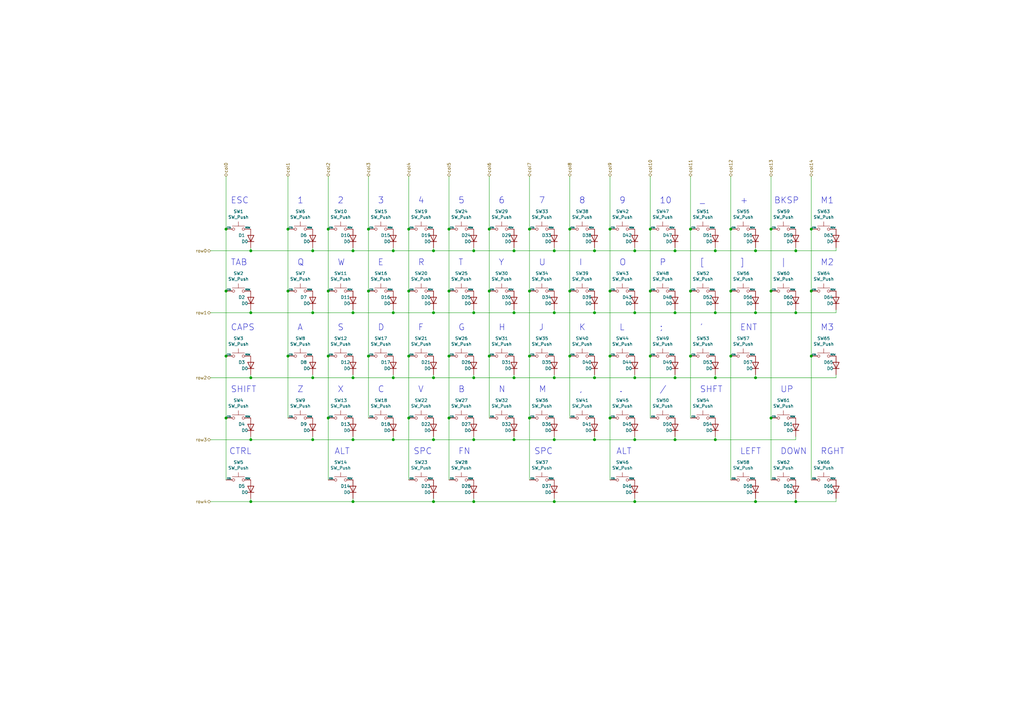
<source format=kicad_sch>
(kicad_sch (version 20210621) (generator eeschema)
  (paper "A3")
  (title_block (title "Arisutea STM32 Keyboard") (date "2021-08-11") (rev "STM32 0.4") (company "3x6 Design"))
  (junction (at 92.71 93.98) (diameter 1.016))
  (junction (at 92.71 119.38) (diameter 1.016))
  (junction (at 92.71 146.05) (diameter 1.016))
  (junction (at 92.71 171.45) (diameter 1.016))
  (junction (at 102.87 102.87) (diameter 1.016))
  (junction (at 102.87 128.27) (diameter 1.016))
  (junction (at 102.87 154.94) (diameter 1.016))
  (junction (at 102.87 180.34) (diameter 1.016))
  (junction (at 102.87 205.74) (diameter 1.016))
  (junction (at 118.11 93.98) (diameter 1.016))
  (junction (at 118.11 119.38) (diameter 1.016))
  (junction (at 118.11 146.05) (diameter 1.016))
  (junction (at 128.27 102.87) (diameter 1.016))
  (junction (at 128.27 128.27) (diameter 1.016))
  (junction (at 128.27 154.94) (diameter 1.016))
  (junction (at 128.27 180.34) (diameter 1.016))
  (junction (at 134.62 93.98) (diameter 1.016))
  (junction (at 134.62 119.38) (diameter 1.016))
  (junction (at 134.62 146.05) (diameter 1.016))
  (junction (at 134.62 171.45) (diameter 1.016))
  (junction (at 144.78 102.87) (diameter 1.016))
  (junction (at 144.78 128.27) (diameter 1.016))
  (junction (at 144.78 154.94) (diameter 1.016))
  (junction (at 144.78 180.34) (diameter 1.016))
  (junction (at 144.78 205.74) (diameter 1.016))
  (junction (at 151.13 93.98) (diameter 1.016))
  (junction (at 151.13 119.38) (diameter 1.016))
  (junction (at 151.13 146.05) (diameter 1.016))
  (junction (at 161.29 102.87) (diameter 1.016))
  (junction (at 161.29 128.27) (diameter 1.016))
  (junction (at 161.29 154.94) (diameter 1.016))
  (junction (at 161.29 180.34) (diameter 1.016))
  (junction (at 167.64 93.98) (diameter 1.016))
  (junction (at 167.64 119.38) (diameter 1.016))
  (junction (at 167.64 146.05) (diameter 1.016))
  (junction (at 167.64 171.45) (diameter 1.016))
  (junction (at 177.8 102.87) (diameter 1.016))
  (junction (at 177.8 128.27) (diameter 1.016))
  (junction (at 177.8 154.94) (diameter 1.016))
  (junction (at 177.8 180.34) (diameter 1.016))
  (junction (at 177.8 205.74) (diameter 1.016))
  (junction (at 184.15 93.98) (diameter 1.016))
  (junction (at 184.15 119.38) (diameter 1.016))
  (junction (at 184.15 146.05) (diameter 1.016))
  (junction (at 184.15 171.45) (diameter 1.016))
  (junction (at 194.31 102.87) (diameter 1.016))
  (junction (at 194.31 128.27) (diameter 1.016))
  (junction (at 194.31 154.94) (diameter 1.016))
  (junction (at 194.31 180.34) (diameter 1.016))
  (junction (at 194.31 205.74) (diameter 1.016))
  (junction (at 200.66 93.98) (diameter 1.016))
  (junction (at 200.66 119.38) (diameter 1.016))
  (junction (at 200.66 146.05) (diameter 1.016))
  (junction (at 210.82 102.87) (diameter 1.016))
  (junction (at 210.82 128.27) (diameter 1.016))
  (junction (at 210.82 154.94) (diameter 1.016))
  (junction (at 210.82 180.34) (diameter 1.016))
  (junction (at 217.17 93.98) (diameter 1.016))
  (junction (at 217.17 119.38) (diameter 1.016))
  (junction (at 217.17 146.05) (diameter 1.016))
  (junction (at 217.17 171.45) (diameter 1.016))
  (junction (at 227.33 102.87) (diameter 1.016))
  (junction (at 227.33 128.27) (diameter 1.016))
  (junction (at 227.33 154.94) (diameter 1.016))
  (junction (at 227.33 180.34) (diameter 1.016))
  (junction (at 227.33 205.74) (diameter 1.016))
  (junction (at 233.68 93.98) (diameter 1.016))
  (junction (at 233.68 119.38) (diameter 1.016))
  (junction (at 233.68 146.05) (diameter 1.016))
  (junction (at 243.84 102.87) (diameter 1.016))
  (junction (at 243.84 128.27) (diameter 1.016))
  (junction (at 243.84 154.94) (diameter 1.016))
  (junction (at 243.84 180.34) (diameter 1.016))
  (junction (at 250.19 93.98) (diameter 1.016))
  (junction (at 250.19 119.38) (diameter 1.016))
  (junction (at 250.19 146.05) (diameter 1.016))
  (junction (at 250.19 171.45) (diameter 1.016))
  (junction (at 260.35 102.87) (diameter 1.016))
  (junction (at 260.35 128.27) (diameter 1.016))
  (junction (at 260.35 154.94) (diameter 1.016))
  (junction (at 260.35 180.34) (diameter 1.016))
  (junction (at 260.35 205.74) (diameter 1.016))
  (junction (at 266.7 93.98) (diameter 1.016))
  (junction (at 266.7 119.38) (diameter 1.016))
  (junction (at 266.7 146.05) (diameter 1.016))
  (junction (at 276.86 102.87) (diameter 1.016))
  (junction (at 276.86 128.27) (diameter 1.016))
  (junction (at 276.86 154.94) (diameter 1.016))
  (junction (at 276.86 180.34) (diameter 1.016))
  (junction (at 283.21 93.98) (diameter 1.016))
  (junction (at 283.21 119.38) (diameter 1.016))
  (junction (at 283.21 146.05) (diameter 1.016))
  (junction (at 293.37 102.87) (diameter 1.016))
  (junction (at 293.37 128.27) (diameter 1.016))
  (junction (at 293.37 154.94) (diameter 1.016))
  (junction (at 293.37 180.34) (diameter 1.016))
  (junction (at 299.72 93.98) (diameter 1.016))
  (junction (at 299.72 119.38) (diameter 1.016))
  (junction (at 299.72 146.05) (diameter 1.016))
  (junction (at 309.88 102.87) (diameter 1.016))
  (junction (at 309.88 128.27) (diameter 1.016))
  (junction (at 309.88 154.94) (diameter 1.016))
  (junction (at 309.88 205.74) (diameter 1.016))
  (junction (at 316.23 93.98) (diameter 1.016))
  (junction (at 316.23 119.38) (diameter 1.016))
  (junction (at 316.23 171.45) (diameter 1.016))
  (junction (at 326.39 102.87) (diameter 1.016))
  (junction (at 326.39 128.27) (diameter 1.016))
  (junction (at 326.39 205.74) (diameter 1.016))
  (junction (at 332.74 93.98) (diameter 1.016))
  (junction (at 332.74 119.38) (diameter 1.016))
  (junction (at 332.74 146.05) (diameter 1.016))
  (wire (pts (xy 86.36 102.87) (xy 102.87 102.87)))
  (wire (pts (xy 86.36 128.27) (xy 102.87 128.27)))
  (wire (pts (xy 86.36 154.94) (xy 102.87 154.94)))
  (wire (pts (xy 86.36 180.34) (xy 102.87 180.34)))
  (wire (pts (xy 86.36 205.74) (xy 102.87 205.74)))
  (wire (pts (xy 92.71 72.39) (xy 92.71 93.98)))
  (wire (pts (xy 92.71 119.38) (xy 92.71 93.98)))
  (wire (pts (xy 92.71 119.38) (xy 92.71 146.05)))
  (wire (pts (xy 92.71 146.05) (xy 92.71 171.45)))
  (wire (pts (xy 92.71 171.45) (xy 92.71 196.85)))
  (wire (pts (xy 102.87 101.6) (xy 102.87 102.87)))
  (wire (pts (xy 102.87 102.87) (xy 128.27 102.87)))
  (wire (pts (xy 102.87 127) (xy 102.87 128.27)))
  (wire (pts (xy 102.87 128.27) (xy 128.27 128.27)))
  (wire (pts (xy 102.87 153.67) (xy 102.87 154.94)))
  (wire (pts (xy 102.87 154.94) (xy 128.27 154.94)))
  (wire (pts (xy 102.87 179.07) (xy 102.87 180.34)))
  (wire (pts (xy 102.87 180.34) (xy 128.27 180.34)))
  (wire (pts (xy 102.87 204.47) (xy 102.87 205.74)))
  (wire (pts (xy 102.87 205.74) (xy 144.78 205.74)))
  (wire (pts (xy 118.11 72.39) (xy 118.11 93.98)))
  (wire (pts (xy 118.11 93.98) (xy 118.11 119.38)))
  (wire (pts (xy 118.11 119.38) (xy 118.11 146.05)))
  (wire (pts (xy 118.11 146.05) (xy 118.11 171.45)))
  (wire (pts (xy 128.27 101.6) (xy 128.27 102.87)))
  (wire (pts (xy 128.27 102.87) (xy 144.78 102.87)))
  (wire (pts (xy 128.27 127) (xy 128.27 128.27)))
  (wire (pts (xy 128.27 128.27) (xy 144.78 128.27)))
  (wire (pts (xy 128.27 153.67) (xy 128.27 154.94)))
  (wire (pts (xy 128.27 154.94) (xy 144.78 154.94)))
  (wire (pts (xy 128.27 179.07) (xy 128.27 180.34)))
  (wire (pts (xy 128.27 180.34) (xy 144.78 180.34)))
  (wire (pts (xy 134.62 72.39) (xy 134.62 93.98)))
  (wire (pts (xy 134.62 119.38) (xy 134.62 93.98)))
  (wire (pts (xy 134.62 119.38) (xy 134.62 146.05)))
  (wire (pts (xy 134.62 146.05) (xy 134.62 171.45)))
  (wire (pts (xy 134.62 171.45) (xy 134.62 196.85)))
  (wire (pts (xy 144.78 101.6) (xy 144.78 102.87)))
  (wire (pts (xy 144.78 102.87) (xy 161.29 102.87)))
  (wire (pts (xy 144.78 127) (xy 144.78 128.27)))
  (wire (pts (xy 144.78 128.27) (xy 161.29 128.27)))
  (wire (pts (xy 144.78 153.67) (xy 144.78 154.94)))
  (wire (pts (xy 144.78 154.94) (xy 161.29 154.94)))
  (wire (pts (xy 144.78 179.07) (xy 144.78 180.34)))
  (wire (pts (xy 144.78 180.34) (xy 161.29 180.34)))
  (wire (pts (xy 144.78 204.47) (xy 144.78 205.74)))
  (wire (pts (xy 144.78 205.74) (xy 177.8 205.74)))
  (wire (pts (xy 151.13 72.39) (xy 151.13 93.98)))
  (wire (pts (xy 151.13 93.98) (xy 151.13 119.38)))
  (wire (pts (xy 151.13 119.38) (xy 151.13 146.05)))
  (wire (pts (xy 151.13 146.05) (xy 151.13 171.45)))
  (wire (pts (xy 161.29 101.6) (xy 161.29 102.87)))
  (wire (pts (xy 161.29 102.87) (xy 177.8 102.87)))
  (wire (pts (xy 161.29 127) (xy 161.29 128.27)))
  (wire (pts (xy 161.29 128.27) (xy 177.8 128.27)))
  (wire (pts (xy 161.29 153.67) (xy 161.29 154.94)))
  (wire (pts (xy 161.29 154.94) (xy 177.8 154.94)))
  (wire (pts (xy 161.29 179.07) (xy 161.29 180.34)))
  (wire (pts (xy 161.29 180.34) (xy 177.8 180.34)))
  (wire (pts (xy 167.64 72.39) (xy 167.64 93.98)))
  (wire (pts (xy 167.64 119.38) (xy 167.64 93.98)))
  (wire (pts (xy 167.64 119.38) (xy 167.64 146.05)))
  (wire (pts (xy 167.64 146.05) (xy 167.64 171.45)))
  (wire (pts (xy 167.64 171.45) (xy 167.64 196.85)))
  (wire (pts (xy 177.8 101.6) (xy 177.8 102.87)))
  (wire (pts (xy 177.8 102.87) (xy 194.31 102.87)))
  (wire (pts (xy 177.8 127) (xy 177.8 128.27)))
  (wire (pts (xy 177.8 128.27) (xy 194.31 128.27)))
  (wire (pts (xy 177.8 153.67) (xy 177.8 154.94)))
  (wire (pts (xy 177.8 154.94) (xy 194.31 154.94)))
  (wire (pts (xy 177.8 179.07) (xy 177.8 180.34)))
  (wire (pts (xy 177.8 180.34) (xy 194.31 180.34)))
  (wire (pts (xy 177.8 204.47) (xy 177.8 205.74)))
  (wire (pts (xy 177.8 205.74) (xy 194.31 205.74)))
  (wire (pts (xy 184.15 72.39) (xy 184.15 93.98)))
  (wire (pts (xy 184.15 93.98) (xy 184.15 119.38)))
  (wire (pts (xy 184.15 119.38) (xy 184.15 146.05)))
  (wire (pts (xy 184.15 146.05) (xy 184.15 171.45)))
  (wire (pts (xy 184.15 171.45) (xy 184.15 196.85)))
  (wire (pts (xy 194.31 101.6) (xy 194.31 102.87)))
  (wire (pts (xy 194.31 102.87) (xy 210.82 102.87)))
  (wire (pts (xy 194.31 127) (xy 194.31 128.27)))
  (wire (pts (xy 194.31 128.27) (xy 210.82 128.27)))
  (wire (pts (xy 194.31 153.67) (xy 194.31 154.94)))
  (wire (pts (xy 194.31 154.94) (xy 210.82 154.94)))
  (wire (pts (xy 194.31 179.07) (xy 194.31 180.34)))
  (wire (pts (xy 194.31 180.34) (xy 210.82 180.34)))
  (wire (pts (xy 194.31 204.47) (xy 194.31 205.74)))
  (wire (pts (xy 194.31 205.74) (xy 227.33 205.74)))
  (wire (pts (xy 200.66 72.39) (xy 200.66 93.98)))
  (wire (pts (xy 200.66 119.38) (xy 200.66 93.98)))
  (wire (pts (xy 200.66 119.38) (xy 200.66 146.05)))
  (wire (pts (xy 200.66 146.05) (xy 200.66 171.45)))
  (wire (pts (xy 210.82 101.6) (xy 210.82 102.87)))
  (wire (pts (xy 210.82 102.87) (xy 227.33 102.87)))
  (wire (pts (xy 210.82 127) (xy 210.82 128.27)))
  (wire (pts (xy 210.82 128.27) (xy 227.33 128.27)))
  (wire (pts (xy 210.82 153.67) (xy 210.82 154.94)))
  (wire (pts (xy 210.82 154.94) (xy 227.33 154.94)))
  (wire (pts (xy 210.82 179.07) (xy 210.82 180.34)))
  (wire (pts (xy 210.82 180.34) (xy 227.33 180.34)))
  (wire (pts (xy 217.17 72.39) (xy 217.17 93.98)))
  (wire (pts (xy 217.17 93.98) (xy 217.17 119.38)))
  (wire (pts (xy 217.17 119.38) (xy 217.17 146.05)))
  (wire (pts (xy 217.17 146.05) (xy 217.17 171.45)))
  (wire (pts (xy 217.17 171.45) (xy 217.17 196.85)))
  (wire (pts (xy 227.33 101.6) (xy 227.33 102.87)))
  (wire (pts (xy 227.33 102.87) (xy 243.84 102.87)))
  (wire (pts (xy 227.33 127) (xy 227.33 128.27)))
  (wire (pts (xy 227.33 128.27) (xy 243.84 128.27)))
  (wire (pts (xy 227.33 153.67) (xy 227.33 154.94)))
  (wire (pts (xy 227.33 154.94) (xy 243.84 154.94)))
  (wire (pts (xy 227.33 179.07) (xy 227.33 180.34)))
  (wire (pts (xy 227.33 180.34) (xy 243.84 180.34)))
  (wire (pts (xy 227.33 204.47) (xy 227.33 205.74)))
  (wire (pts (xy 227.33 205.74) (xy 260.35 205.74)))
  (wire (pts (xy 233.68 72.39) (xy 233.68 93.98)))
  (wire (pts (xy 233.68 119.38) (xy 233.68 93.98)))
  (wire (pts (xy 233.68 119.38) (xy 233.68 146.05)))
  (wire (pts (xy 233.68 146.05) (xy 233.68 171.45)))
  (wire (pts (xy 243.84 101.6) (xy 243.84 102.87)))
  (wire (pts (xy 243.84 102.87) (xy 260.35 102.87)))
  (wire (pts (xy 243.84 127) (xy 243.84 128.27)))
  (wire (pts (xy 243.84 128.27) (xy 260.35 128.27)))
  (wire (pts (xy 243.84 153.67) (xy 243.84 154.94)))
  (wire (pts (xy 243.84 154.94) (xy 260.35 154.94)))
  (wire (pts (xy 243.84 179.07) (xy 243.84 180.34)))
  (wire (pts (xy 243.84 180.34) (xy 260.35 180.34)))
  (wire (pts (xy 250.19 72.39) (xy 250.19 93.98)))
  (wire (pts (xy 250.19 93.98) (xy 250.19 119.38)))
  (wire (pts (xy 250.19 119.38) (xy 250.19 146.05)))
  (wire (pts (xy 250.19 146.05) (xy 250.19 171.45)))
  (wire (pts (xy 250.19 171.45) (xy 250.19 196.85)))
  (wire (pts (xy 260.35 101.6) (xy 260.35 102.87)))
  (wire (pts (xy 260.35 102.87) (xy 276.86 102.87)))
  (wire (pts (xy 260.35 127) (xy 260.35 128.27)))
  (wire (pts (xy 260.35 128.27) (xy 276.86 128.27)))
  (wire (pts (xy 260.35 153.67) (xy 260.35 154.94)))
  (wire (pts (xy 260.35 154.94) (xy 276.86 154.94)))
  (wire (pts (xy 260.35 179.07) (xy 260.35 180.34)))
  (wire (pts (xy 260.35 180.34) (xy 276.86 180.34)))
  (wire (pts (xy 260.35 204.47) (xy 260.35 205.74)))
  (wire (pts (xy 260.35 205.74) (xy 309.88 205.74)))
  (wire (pts (xy 266.7 72.39) (xy 266.7 93.98)))
  (wire (pts (xy 266.7 119.38) (xy 266.7 93.98)))
  (wire (pts (xy 266.7 119.38) (xy 266.7 146.05)))
  (wire (pts (xy 266.7 146.05) (xy 266.7 171.45)))
  (wire (pts (xy 276.86 101.6) (xy 276.86 102.87)))
  (wire (pts (xy 276.86 102.87) (xy 293.37 102.87)))
  (wire (pts (xy 276.86 127) (xy 276.86 128.27)))
  (wire (pts (xy 276.86 128.27) (xy 293.37 128.27)))
  (wire (pts (xy 276.86 153.67) (xy 276.86 154.94)))
  (wire (pts (xy 276.86 154.94) (xy 293.37 154.94)))
  (wire (pts (xy 276.86 179.07) (xy 276.86 180.34)))
  (wire (pts (xy 276.86 180.34) (xy 293.37 180.34)))
  (wire (pts (xy 283.21 72.39) (xy 283.21 93.98)))
  (wire (pts (xy 283.21 93.98) (xy 283.21 119.38)))
  (wire (pts (xy 283.21 119.38) (xy 283.21 146.05)))
  (wire (pts (xy 283.21 146.05) (xy 283.21 171.45)))
  (wire (pts (xy 293.37 101.6) (xy 293.37 102.87)))
  (wire (pts (xy 293.37 102.87) (xy 309.88 102.87)))
  (wire (pts (xy 293.37 127) (xy 293.37 128.27)))
  (wire (pts (xy 293.37 128.27) (xy 309.88 128.27)))
  (wire (pts (xy 293.37 153.67) (xy 293.37 154.94)))
  (wire (pts (xy 293.37 154.94) (xy 309.88 154.94)))
  (wire (pts (xy 293.37 179.07) (xy 293.37 180.34)))
  (wire (pts (xy 293.37 180.34) (xy 326.39 180.34)))
  (wire (pts (xy 299.72 72.39) (xy 299.72 93.98)))
  (wire (pts (xy 299.72 119.38) (xy 299.72 93.98)))
  (wire (pts (xy 299.72 119.38) (xy 299.72 146.05)))
  (wire (pts (xy 299.72 146.05) (xy 299.72 196.85)))
  (wire (pts (xy 309.88 101.6) (xy 309.88 102.87)))
  (wire (pts (xy 309.88 102.87) (xy 326.39 102.87)))
  (wire (pts (xy 309.88 127) (xy 309.88 128.27)))
  (wire (pts (xy 309.88 128.27) (xy 326.39 128.27)))
  (wire (pts (xy 309.88 153.67) (xy 309.88 154.94)))
  (wire (pts (xy 309.88 204.47) (xy 309.88 205.74)))
  (wire (pts (xy 309.88 205.74) (xy 326.39 205.74)))
  (wire (pts (xy 316.23 72.39) (xy 316.23 93.98)))
  (wire (pts (xy 316.23 119.38) (xy 316.23 93.98)))
  (wire (pts (xy 316.23 119.38) (xy 316.23 171.45)))
  (wire (pts (xy 316.23 171.45) (xy 316.23 196.85)))
  (wire (pts (xy 326.39 101.6) (xy 326.39 102.87)))
  (wire (pts (xy 326.39 127) (xy 326.39 128.27)))
  (wire (pts (xy 326.39 179.07) (xy 326.39 180.34)))
  (wire (pts (xy 326.39 204.47) (xy 326.39 205.74)))
  (wire (pts (xy 332.74 72.39) (xy 332.74 93.98)))
  (wire (pts (xy 332.74 93.98) (xy 332.74 119.38)))
  (wire (pts (xy 332.74 119.38) (xy 332.74 146.05)))
  (wire (pts (xy 332.74 146.05) (xy 332.74 196.85)))
  (wire (pts (xy 342.9 101.6) (xy 342.9 102.87)))
  (wire (pts (xy 342.9 102.87) (xy 326.39 102.87)))
  (wire (pts (xy 342.9 127) (xy 342.9 128.27)))
  (wire (pts (xy 342.9 128.27) (xy 326.39 128.27)))
  (wire (pts (xy 342.9 153.67) (xy 342.9 154.94)))
  (wire (pts (xy 342.9 154.94) (xy 309.88 154.94)))
  (wire (pts (xy 342.9 204.47) (xy 342.9 205.74)))
  (wire (pts (xy 342.9 205.74) (xy 326.39 205.74)))
  (text "CTRL" (at 93.98 186.69 0) (effects (font (size 2.54 2.54)) (justify left bottom)))
  (text "ESC" (at 94.615 83.82 0) (effects (font (size 2.54 2.54)) (justify left bottom)))
  (text "TAB" (at 94.615 109.22 0) (effects (font (size 2.54 2.54)) (justify left bottom)))
  (text "CAPS" (at 94.615 135.89 0) (effects (font (size 2.54 2.54)) (justify left bottom)))
  (text "SHIFT" (at 94.615 161.29 0) (effects (font (size 2.54 2.54)) (justify left bottom)))
  (text "1" (at 121.92 83.82 0) (effects (font (size 2.54 2.54)) (justify left bottom)))
  (text "Q" (at 121.92 109.22 0) (effects (font (size 2.54 2.54)) (justify left bottom)))
  (text "A" (at 121.92 135.89 0) (effects (font (size 2.54 2.54)) (justify left bottom)))
  (text "Z" (at 121.92 161.29 0) (effects (font (size 2.54 2.54)) (justify left bottom)))
  (text "ALT" (at 137.16 186.69 0) (effects (font (size 2.54 2.54)) (justify left bottom)))
  (text "2" (at 138.43 83.82 0) (effects (font (size 2.54 2.54)) (justify left bottom)))
  (text "W" (at 138.43 109.22 0) (effects (font (size 2.54 2.54)) (justify left bottom)))
  (text "S" (at 138.43 135.89 0) (effects (font (size 2.54 2.54)) (justify left bottom)))
  (text "X" (at 138.43 161.29 0) (effects (font (size 2.54 2.54)) (justify left bottom)))
  (text "3" (at 154.94 83.82 0) (effects (font (size 2.54 2.54)) (justify left bottom)))
  (text "E" (at 154.94 109.22 0) (effects (font (size 2.54 2.54)) (justify left bottom)))
  (text "D" (at 154.94 135.89 0) (effects (font (size 2.54 2.54)) (justify left bottom)))
  (text "C" (at 154.94 161.29 0) (effects (font (size 2.54 2.54)) (justify left bottom)))
  (text "SPC" (at 169.545 186.69 0) (effects (font (size 2.54 2.54)) (justify left bottom)))
  (text "4" (at 171.45 83.82 0) (effects (font (size 2.54 2.54)) (justify left bottom)))
  (text "R" (at 171.45 109.22 0) (effects (font (size 2.54 2.54)) (justify left bottom)))
  (text "F" (at 171.45 135.89 0) (effects (font (size 2.54 2.54)) (justify left bottom)))
  (text "V" (at 171.45 161.29 0) (effects (font (size 2.54 2.54)) (justify left bottom)))
  (text "5" (at 187.96 83.82 0) (effects (font (size 2.54 2.54)) (justify left bottom)))
  (text "T" (at 187.96 109.22 0) (effects (font (size 2.54 2.54)) (justify left bottom)))
  (text "G" (at 187.96 135.89 0) (effects (font (size 2.54 2.54)) (justify left bottom)))
  (text "B" (at 187.96 161.29 0) (effects (font (size 2.54 2.54)) (justify left bottom)))
  (text "FN" (at 187.96 186.69 0) (effects (font (size 2.54 2.54)) (justify left bottom)))
  (text "6" (at 204.47 83.82 0) (effects (font (size 2.54 2.54)) (justify left bottom)))
  (text "Y" (at 204.47 109.22 0) (effects (font (size 2.54 2.54)) (justify left bottom)))
  (text "H" (at 204.47 135.89 0) (effects (font (size 2.54 2.54)) (justify left bottom)))
  (text "N" (at 204.47 161.29 0) (effects (font (size 2.54 2.54)) (justify left bottom)))
  (text "SPC" (at 219.075 186.69 0) (effects (font (size 2.54 2.54)) (justify left bottom)))
  (text "7" (at 220.98 83.82 0) (effects (font (size 2.54 2.54)) (justify left bottom)))
  (text "U" (at 220.98 109.22 0) (effects (font (size 2.54 2.54)) (justify left bottom)))
  (text "J" (at 220.98 135.89 0) (effects (font (size 2.54 2.54)) (justify left bottom)))
  (text "M" (at 220.98 161.29 0) (effects (font (size 2.54 2.54)) (justify left bottom)))
  (text "8" (at 237.49 83.82 0) (effects (font (size 2.54 2.54)) (justify left bottom)))
  (text "I" (at 237.49 109.22 0) (effects (font (size 2.54 2.54)) (justify left bottom)))
  (text "K" (at 237.49 135.89 0) (effects (font (size 2.54 2.54)) (justify left bottom)))
  (text "," (at 237.49 161.29 0) (effects (font (size 2.54 2.54)) (justify left bottom)))
  (text "ALT" (at 252.73 186.69 0) (effects (font (size 2.54 2.54)) (justify left bottom)))
  (text "9" (at 254 83.82 0) (effects (font (size 2.54 2.54)) (justify left bottom)))
  (text "O" (at 254 109.22 0) (effects (font (size 2.54 2.54)) (justify left bottom)))
  (text "L" (at 254 135.89 0) (effects (font (size 2.54 2.54)) (justify left bottom)))
  (text ".\n" (at 254 161.29 0) (effects (font (size 2.54 2.54)) (justify left bottom)))
  (text "10" (at 270.51 83.82 0) (effects (font (size 2.54 2.54)) (justify left bottom)))
  (text "P" (at 270.51 109.22 0) (effects (font (size 2.54 2.54)) (justify left bottom)))
  (text ";" (at 270.51 135.89 0) (effects (font (size 2.54 2.54)) (justify left bottom)))
  (text "/" (at 270.51 161.29 0) (effects (font (size 2.54 2.54)) (justify left bottom)))
  (text "_" (at 287.02 83.82 0) (effects (font (size 2.54 2.54)) (justify left bottom)))
  (text "[" (at 287.02 109.22 0) (effects (font (size 2.54 2.54)) (justify left bottom)))
  (text "'" (at 287.02 135.89 0) (effects (font (size 2.54 2.54)) (justify left bottom)))
  (text "SHFT" (at 287.02 161.29 0) (effects (font (size 2.54 2.54)) (justify left bottom)))
  (text "+" (at 303.53 83.82 0) (effects (font (size 2.54 2.54)) (justify left bottom)))
  (text "]" (at 303.53 109.22 0) (effects (font (size 2.54 2.54)) (justify left bottom)))
  (text "ENT" (at 303.53 135.89 0) (effects (font (size 2.54 2.54)) (justify left bottom)))
  (text "LEFT" (at 303.53 186.69 0) (effects (font (size 2.54 2.54)) (justify left bottom)))
  (text "BKSP" (at 317.5 83.82 0) (effects (font (size 2.54 2.54)) (justify left bottom)))
  (text "|" (at 320.04 109.22 0) (effects (font (size 2.54 2.54)) (justify left bottom)))
  (text "UP" (at 320.04 161.29 0) (effects (font (size 2.54 2.54)) (justify left bottom)))
  (text "DOWN" (at 320.04 186.69 0) (effects (font (size 2.54 2.54)) (justify left bottom)))
  (text "M1" (at 336.55 83.82 0) (effects (font (size 2.54 2.54)) (justify left bottom)))
  (text "M2" (at 336.55 109.22 0) (effects (font (size 2.54 2.54)) (justify left bottom)))
  (text "M3" (at 336.55 135.89 0) (effects (font (size 2.54 2.54)) (justify left bottom)))
  (text "RGHT\n" (at 336.55 186.69 0) (effects (font (size 2.54 2.54)) (justify left bottom)))
  (hierarchical_label "row0" (shape tri_state) (at 86.36 102.87 180))
  (hierarchical_label "row1" (shape tri_state) (at 86.36 128.27 180))
  (hierarchical_label "row2" (shape tri_state) (at 86.36 154.94 180))
  (hierarchical_label "row3" (shape tri_state) (at 86.36 180.34 180))
  (hierarchical_label "row4" (shape tri_state) (at 86.36 205.74 180))
  (hierarchical_label "col0" (shape tri_state) (at 92.71 72.39 90))
  (hierarchical_label "col1" (shape tri_state) (at 118.11 72.39 90))
  (hierarchical_label "col2" (shape tri_state) (at 134.62 72.39 90))
  (hierarchical_label "col3" (shape tri_state) (at 151.13 72.39 90))
  (hierarchical_label "col4" (shape tri_state) (at 167.64 72.39 90))
  (hierarchical_label "col5" (shape tri_state) (at 184.15 72.39 90))
  (hierarchical_label "col6" (shape tri_state) (at 200.66 72.39 90))
  (hierarchical_label "col7" (shape tri_state) (at 217.17 72.39 90))
  (hierarchical_label "col8" (shape tri_state) (at 233.68 72.39 90))
  (hierarchical_label "col9" (shape tri_state) (at 250.19 72.39 90))
  (hierarchical_label "col10" (shape tri_state) (at 266.7 72.39 90))
  (hierarchical_label "col11" (shape tri_state) (at 283.21 72.39 90))
  (hierarchical_label "col12" (shape tri_state) (at 299.72 72.39 90))
  (hierarchical_label "col13" (shape tri_state) (at 316.23 72.39 90))
  (hierarchical_label "col14" (shape tri_state) (at 332.74 72.39 90))
  (symbol (lib_id "Device:D") (at 102.87 97.79 90) (unit 1)
    (property "Reference" "D1" (at 97.79 96.52 90) (effects (justify right)))
    (property "Value" "D0" (at 99.06 99.06 90) (effects (justify right)))
    (property "Footprint" "arisutea-STM32:D_SOD-123" (effects hide))
    (property "LCSC" "C81598" (effects hide))
  )
  (symbol (lib_id "Device:D") (at 102.87 123.19 90) (unit 1)
    (property "Reference" "D2" (at 97.79 121.92 90) (effects (justify right)))
    (property "Value" "D0" (at 99.06 124.46 90) (effects (justify right)))
    (property "Footprint" "arisutea-STM32:D_SOD-123" (effects hide))
    (property "LCSC" "C81598" (effects hide))
  )
  (symbol (lib_id "Device:D") (at 102.87 149.86 90) (unit 1)
    (property "Reference" "D3" (at 97.79 148.59 90) (effects (justify right)))
    (property "Value" "D0" (at 99.06 151.13 90) (effects (justify right)))
    (property "Footprint" "arisutea-STM32:D_SOD-123" (effects hide))
    (property "LCSC" "C81598" (effects hide))
  )
  (symbol (lib_id "Device:D") (at 102.87 175.26 90) (unit 1)
    (property "Reference" "D4" (at 97.79 173.99 90) (effects (justify right)))
    (property "Value" "D0" (at 99.06 176.53 90) (effects (justify right)))
    (property "Footprint" "arisutea-STM32:D_SOD-123" (effects hide))
    (property "LCSC" "C81598" (effects hide))
  )
  (symbol (lib_id "Device:D") (at 102.87 200.66 90) (unit 1)
    (property "Reference" "D5" (at 97.79 199.39 90) (effects (justify right)))
    (property "Value" "D0" (at 99.06 201.93 90) (effects (justify right)))
    (property "Footprint" "arisutea-STM32:D_SOD-123" (effects hide))
    (property "LCSC" "C81598" (effects hide))
  )
  (symbol (lib_id "Device:D") (at 128.27 97.79 90) (unit 1)
    (property "Reference" "D6" (at 123.19 96.52 90) (effects (justify right)))
    (property "Value" "D0" (at 124.46 99.06 90) (effects (justify right)))
    (property "Footprint" "arisutea-STM32:D_SOD-123" (effects hide))
    (property "LCSC" "C81598" (effects hide))
  )
  (symbol (lib_id "Device:D") (at 128.27 123.19 90) (unit 1)
    (property "Reference" "D7" (at 123.19 121.92 90) (effects (justify right)))
    (property "Value" "D0" (at 124.46 124.46 90) (effects (justify right)))
    (property "Footprint" "arisutea-STM32:D_SOD-123" (effects hide))
    (property "LCSC" "C81598" (effects hide))
  )
  (symbol (lib_id "Device:D") (at 128.27 149.86 90) (unit 1)
    (property "Reference" "D8" (at 123.19 148.59 90) (effects (justify right)))
    (property "Value" "D0" (at 124.46 151.13 90) (effects (justify right)))
    (property "Footprint" "arisutea-STM32:D_SOD-123" (effects hide))
    (property "LCSC" "C81598" (effects hide))
  )
  (symbol (lib_id "Device:D") (at 128.27 175.26 90) (unit 1)
    (property "Reference" "D9" (at 123.19 173.99 90) (effects (justify right)))
    (property "Value" "D0" (at 124.46 176.53 90) (effects (justify right)))
    (property "Footprint" "arisutea-STM32:D_SOD-123" (effects hide))
    (property "LCSC" "C81598" (effects hide))
  )
  (symbol (lib_id "Device:D") (at 144.78 97.79 90) (unit 1)
    (property "Reference" "D10" (at 139.7 96.52 90) (effects (justify right)))
    (property "Value" "D0" (at 140.97 99.06 90) (effects (justify right)))
    (property "Footprint" "arisutea-STM32:D_SOD-123" (effects hide))
    (property "LCSC" "C81598" (effects hide))
  )
  (symbol (lib_id "Device:D") (at 144.78 123.19 90) (unit 1)
    (property "Reference" "D11" (at 139.7 121.92 90) (effects (justify right)))
    (property "Value" "D0" (at 140.97 124.46 90) (effects (justify right)))
    (property "Footprint" "arisutea-STM32:D_SOD-123" (effects hide))
    (property "LCSC" "C81598" (effects hide))
  )
  (symbol (lib_id "Device:D") (at 144.78 149.86 90) (unit 1)
    (property "Reference" "D12" (at 139.7 148.59 90) (effects (justify right)))
    (property "Value" "D0" (at 140.97 151.13 90) (effects (justify right)))
    (property "Footprint" "arisutea-STM32:D_SOD-123" (effects hide))
    (property "LCSC" "C81598" (effects hide))
  )
  (symbol (lib_id "Device:D") (at 144.78 175.26 90) (unit 1)
    (property "Reference" "D13" (at 139.7 173.99 90) (effects (justify right)))
    (property "Value" "D0" (at 140.97 176.53 90) (effects (justify right)))
    (property "Footprint" "arisutea-STM32:D_SOD-123" (effects hide))
    (property "LCSC" "C81598" (effects hide))
  )
  (symbol (lib_id "Device:D") (at 144.78 200.66 90) (unit 1)
    (property "Reference" "D14" (at 139.7 199.39 90) (effects (justify right)))
    (property "Value" "D0" (at 140.97 201.93 90) (effects (justify right)))
    (property "Footprint" "arisutea-STM32:D_SOD-123" (effects hide))
    (property "LCSC" "C81598" (effects hide))
  )
  (symbol (lib_id "Device:D") (at 161.29 97.79 90) (unit 1)
    (property "Reference" "D15" (at 156.21 96.52 90) (effects (justify right)))
    (property "Value" "D0" (at 157.48 99.06 90) (effects (justify right)))
    (property "Footprint" "arisutea-STM32:D_SOD-123" (effects hide))
    (property "LCSC" "C81598" (effects hide))
  )
  (symbol (lib_id "Device:D") (at 161.29 123.19 90) (unit 1)
    (property "Reference" "D16" (at 156.21 121.92 90) (effects (justify right)))
    (property "Value" "D0" (at 157.48 124.46 90) (effects (justify right)))
    (property "Footprint" "arisutea-STM32:D_SOD-123" (effects hide))
    (property "LCSC" "C81598" (effects hide))
  )
  (symbol (lib_id "Device:D") (at 161.29 149.86 90) (unit 1)
    (property "Reference" "D17" (at 156.21 148.59 90) (effects (justify right)))
    (property "Value" "D0" (at 157.48 151.13 90) (effects (justify right)))
    (property "Footprint" "arisutea-STM32:D_SOD-123" (effects hide))
    (property "LCSC" "C81598" (effects hide))
  )
  (symbol (lib_id "Device:D") (at 161.29 175.26 90) (unit 1)
    (property "Reference" "D18" (at 156.21 173.99 90) (effects (justify right)))
    (property "Value" "D0" (at 157.48 176.53 90) (effects (justify right)))
    (property "Footprint" "arisutea-STM32:D_SOD-123" (effects hide))
    (property "LCSC" "C81598" (effects hide))
  )
  (symbol (lib_id "Device:D") (at 177.8 97.79 90) (unit 1)
    (property "Reference" "D19" (at 172.72 96.52 90) (effects (justify right)))
    (property "Value" "D0" (at 173.99 99.06 90) (effects (justify right)))
    (property "Footprint" "arisutea-STM32:D_SOD-123" (effects hide))
    (property "LCSC" "C81598" (effects hide))
  )
  (symbol (lib_id "Device:D") (at 177.8 123.19 90) (unit 1)
    (property "Reference" "D20" (at 172.72 121.92 90) (effects (justify right)))
    (property "Value" "D0" (at 173.99 124.46 90) (effects (justify right)))
    (property "Footprint" "arisutea-STM32:D_SOD-123" (effects hide))
    (property "LCSC" "C81598" (effects hide))
  )
  (symbol (lib_id "Device:D") (at 177.8 149.86 90) (unit 1)
    (property "Reference" "D21" (at 172.72 148.59 90) (effects (justify right)))
    (property "Value" "D0" (at 173.99 151.13 90) (effects (justify right)))
    (property "Footprint" "arisutea-STM32:D_SOD-123" (effects hide))
    (property "LCSC" "C81598" (effects hide))
  )
  (symbol (lib_id "Device:D") (at 177.8 175.26 90) (unit 1)
    (property "Reference" "D22" (at 172.72 173.99 90) (effects (justify right)))
    (property "Value" "D0" (at 173.99 176.53 90) (effects (justify right)))
    (property "Footprint" "arisutea-STM32:D_SOD-123" (effects hide))
    (property "LCSC" "C81598" (effects hide))
  )
  (symbol (lib_id "Device:D") (at 177.8 200.66 90) (unit 1)
    (property "Reference" "D23" (at 172.72 199.39 90) (effects (justify right)))
    (property "Value" "D0" (at 173.99 201.93 90) (effects (justify right)))
    (property "Footprint" "arisutea-STM32:D_SOD-123" (effects hide))
    (property "LCSC" "C81598" (effects hide))
  )
  (symbol (lib_id "Device:D") (at 194.31 97.79 90) (unit 1)
    (property "Reference" "D24" (at 189.23 96.52 90) (effects (justify right)))
    (property "Value" "D0" (at 190.5 99.06 90) (effects (justify right)))
    (property "Footprint" "arisutea-STM32:D_SOD-123" (effects hide))
    (property "LCSC" "C81598" (effects hide))
  )
  (symbol (lib_id "Device:D") (at 194.31 123.19 90) (unit 1)
    (property "Reference" "D25" (at 189.23 121.92 90) (effects (justify right)))
    (property "Value" "D0" (at 190.5 124.46 90) (effects (justify right)))
    (property "Footprint" "arisutea-STM32:D_SOD-123" (effects hide))
    (property "LCSC" "C81598" (effects hide))
  )
  (symbol (lib_id "Device:D") (at 194.31 149.86 90) (unit 1)
    (property "Reference" "D26" (at 189.23 148.59 90) (effects (justify right)))
    (property "Value" "D0" (at 190.5 151.13 90) (effects (justify right)))
    (property "Footprint" "arisutea-STM32:D_SOD-123" (effects hide))
    (property "LCSC" "C81598" (effects hide))
  )
  (symbol (lib_id "Device:D") (at 194.31 175.26 90) (unit 1)
    (property "Reference" "D27" (at 189.23 173.99 90) (effects (justify right)))
    (property "Value" "D0" (at 190.5 176.53 90) (effects (justify right)))
    (property "Footprint" "arisutea-STM32:D_SOD-123" (effects hide))
    (property "LCSC" "C81598" (effects hide))
  )
  (symbol (lib_id "Device:D") (at 194.31 200.66 90) (unit 1)
    (property "Reference" "D28" (at 189.23 199.39 90) (effects (justify right)))
    (property "Value" "D0" (at 190.5 201.93 90) (effects (justify right)))
    (property "Footprint" "arisutea-STM32:D_SOD-123" (effects hide))
    (property "LCSC" "C81598" (effects hide))
  )
  (symbol (lib_id "Device:D") (at 210.82 97.79 90) (unit 1)
    (property "Reference" "D29" (at 205.74 96.52 90) (effects (justify right)))
    (property "Value" "D0" (at 207.01 99.06 90) (effects (justify right)))
    (property "Footprint" "arisutea-STM32:D_SOD-123" (effects hide))
    (property "LCSC" "C81598" (effects hide))
  )
  (symbol (lib_id "Device:D") (at 210.82 123.19 90) (unit 1)
    (property "Reference" "D30" (at 205.74 121.92 90) (effects (justify right)))
    (property "Value" "D0" (at 207.01 124.46 90) (effects (justify right)))
    (property "Footprint" "arisutea-STM32:D_SOD-123" (effects hide))
    (property "LCSC" "C81598" (effects hide))
  )
  (symbol (lib_id "Device:D") (at 210.82 149.86 90) (unit 1)
    (property "Reference" "D31" (at 205.74 148.59 90) (effects (justify right)))
    (property "Value" "D0" (at 207.01 151.13 90) (effects (justify right)))
    (property "Footprint" "arisutea-STM32:D_SOD-123" (effects hide))
    (property "LCSC" "C81598" (effects hide))
  )
  (symbol (lib_id "Device:D") (at 210.82 175.26 90) (unit 1)
    (property "Reference" "D32" (at 205.74 173.99 90) (effects (justify right)))
    (property "Value" "D0" (at 207.01 176.53 90) (effects (justify right)))
    (property "Footprint" "arisutea-STM32:D_SOD-123" (effects hide))
    (property "LCSC" "C81598" (effects hide))
  )
  (symbol (lib_id "Device:D") (at 227.33 97.79 90) (unit 1)
    (property "Reference" "D33" (at 222.25 96.52 90) (effects (justify right)))
    (property "Value" "D0" (at 223.52 99.06 90) (effects (justify right)))
    (property "Footprint" "arisutea-STM32:D_SOD-123" (effects hide))
    (property "LCSC" "C81598" (effects hide))
  )
  (symbol (lib_id "Device:D") (at 227.33 123.19 90) (unit 1)
    (property "Reference" "D34" (at 222.25 121.92 90) (effects (justify right)))
    (property "Value" "D0" (at 223.52 124.46 90) (effects (justify right)))
    (property "Footprint" "arisutea-STM32:D_SOD-123" (effects hide))
    (property "LCSC" "C81598" (effects hide))
  )
  (symbol (lib_id "Device:D") (at 227.33 149.86 90) (unit 1)
    (property "Reference" "D35" (at 222.25 148.59 90) (effects (justify right)))
    (property "Value" "D0" (at 223.52 151.13 90) (effects (justify right)))
    (property "Footprint" "arisutea-STM32:D_SOD-123" (effects hide))
    (property "LCSC" "C81598" (effects hide))
  )
  (symbol (lib_id "Device:D") (at 227.33 175.26 90) (unit 1)
    (property "Reference" "D36" (at 222.25 173.99 90) (effects (justify right)))
    (property "Value" "D0" (at 223.52 176.53 90) (effects (justify right)))
    (property "Footprint" "arisutea-STM32:D_SOD-123" (effects hide))
    (property "LCSC" "C81598" (effects hide))
  )
  (symbol (lib_id "Device:D") (at 227.33 200.66 90) (unit 1)
    (property "Reference" "D37" (at 222.25 199.39 90) (effects (justify right)))
    (property "Value" "D0" (at 223.52 201.93 90) (effects (justify right)))
    (property "Footprint" "arisutea-STM32:D_SOD-123" (effects hide))
    (property "LCSC" "C81598" (effects hide))
  )
  (symbol (lib_id "Device:D") (at 243.84 97.79 90) (unit 1)
    (property "Reference" "D38" (at 238.76 96.52 90) (effects (justify right)))
    (property "Value" "D0" (at 240.03 99.06 90) (effects (justify right)))
    (property "Footprint" "arisutea-STM32:D_SOD-123" (effects hide))
    (property "LCSC" "C81598" (effects hide))
  )
  (symbol (lib_id "Device:D") (at 243.84 123.19 90) (unit 1)
    (property "Reference" "D39" (at 238.76 121.92 90) (effects (justify right)))
    (property "Value" "D0" (at 240.03 124.46 90) (effects (justify right)))
    (property "Footprint" "arisutea-STM32:D_SOD-123" (effects hide))
    (property "LCSC" "C81598" (effects hide))
  )
  (symbol (lib_id "Device:D") (at 243.84 149.86 90) (unit 1)
    (property "Reference" "D40" (at 238.76 148.59 90) (effects (justify right)))
    (property "Value" "D0" (at 240.03 151.13 90) (effects (justify right)))
    (property "Footprint" "arisutea-STM32:D_SOD-123" (effects hide))
    (property "LCSC" "C81598" (effects hide))
  )
  (symbol (lib_id "Device:D") (at 243.84 175.26 90) (unit 1)
    (property "Reference" "D41" (at 238.76 173.99 90) (effects (justify right)))
    (property "Value" "D0" (at 240.03 176.53 90) (effects (justify right)))
    (property "Footprint" "arisutea-STM32:D_SOD-123" (effects hide))
    (property "LCSC" "C81598" (effects hide))
  )
  (symbol (lib_id "Device:D") (at 260.35 97.79 90) (unit 1)
    (property "Reference" "D42" (at 255.27 96.52 90) (effects (justify right)))
    (property "Value" "D0" (at 256.54 99.06 90) (effects (justify right)))
    (property "Footprint" "arisutea-STM32:D_SOD-123" (effects hide))
    (property "LCSC" "C81598" (effects hide))
  )
  (symbol (lib_id "Device:D") (at 260.35 123.19 90) (unit 1)
    (property "Reference" "D43" (at 255.27 121.92 90) (effects (justify right)))
    (property "Value" "D0" (at 256.54 124.46 90) (effects (justify right)))
    (property "Footprint" "arisutea-STM32:D_SOD-123" (effects hide))
    (property "LCSC" "C81598" (effects hide))
  )
  (symbol (lib_id "Device:D") (at 260.35 149.86 90) (unit 1)
    (property "Reference" "D44" (at 255.27 148.59 90) (effects (justify right)))
    (property "Value" "D0" (at 256.54 151.13 90) (effects (justify right)))
    (property "Footprint" "arisutea-STM32:D_SOD-123" (effects hide))
    (property "LCSC" "C81598" (effects hide))
  )
  (symbol (lib_id "Device:D") (at 260.35 175.26 90) (unit 1)
    (property "Reference" "D45" (at 255.27 173.99 90) (effects (justify right)))
    (property "Value" "D0" (at 256.54 176.53 90) (effects (justify right)))
    (property "Footprint" "arisutea-STM32:D_SOD-123" (effects hide))
    (property "LCSC" "C81598" (effects hide))
  )
  (symbol (lib_id "Device:D") (at 260.35 200.66 90) (unit 1)
    (property "Reference" "D46" (at 255.27 199.39 90) (effects (justify right)))
    (property "Value" "D0" (at 256.54 201.93 90) (effects (justify right)))
    (property "Footprint" "arisutea-STM32:D_SOD-123" (effects hide))
    (property "LCSC" "C81598" (effects hide))
  )
  (symbol (lib_id "Device:D") (at 276.86 97.79 90) (unit 1)
    (property "Reference" "D47" (at 271.78 96.52 90) (effects (justify right)))
    (property "Value" "D0" (at 273.05 99.06 90) (effects (justify right)))
    (property "Footprint" "arisutea-STM32:D_SOD-123" (effects hide))
    (property "LCSC" "C81598" (effects hide))
  )
  (symbol (lib_id "Device:D") (at 276.86 123.19 90) (unit 1)
    (property "Reference" "D48" (at 271.78 121.92 90) (effects (justify right)))
    (property "Value" "D0" (at 273.05 124.46 90) (effects (justify right)))
    (property "Footprint" "arisutea-STM32:D_SOD-123" (effects hide))
    (property "LCSC" "C81598" (effects hide))
  )
  (symbol (lib_id "Device:D") (at 276.86 149.86 90) (unit 1)
    (property "Reference" "D49" (at 271.78 148.59 90) (effects (justify right)))
    (property "Value" "D0" (at 273.05 151.13 90) (effects (justify right)))
    (property "Footprint" "arisutea-STM32:D_SOD-123" (effects hide))
    (property "LCSC" "C81598" (effects hide))
  )
  (symbol (lib_id "Device:D") (at 276.86 175.26 90) (unit 1)
    (property "Reference" "D50" (at 271.78 173.99 90) (effects (justify right)))
    (property "Value" "D0" (at 273.05 176.53 90) (effects (justify right)))
    (property "Footprint" "arisutea-STM32:D_SOD-123" (effects hide))
    (property "LCSC" "C81598" (effects hide))
  )
  (symbol (lib_id "Device:D") (at 293.37 97.79 90) (unit 1)
    (property "Reference" "D51" (at 288.29 96.52 90) (effects (justify right)))
    (property "Value" "D0" (at 289.56 99.06 90) (effects (justify right)))
    (property "Footprint" "arisutea-STM32:D_SOD-123" (effects hide))
    (property "LCSC" "C81598" (effects hide))
  )
  (symbol (lib_id "Device:D") (at 293.37 123.19 90) (unit 1)
    (property "Reference" "D52" (at 288.29 121.92 90) (effects (justify right)))
    (property "Value" "D0" (at 289.56 124.46 90) (effects (justify right)))
    (property "Footprint" "arisutea-STM32:D_SOD-123" (effects hide))
    (property "LCSC" "C81598" (effects hide))
  )
  (symbol (lib_id "Device:D") (at 293.37 149.86 90) (unit 1)
    (property "Reference" "D53" (at 288.29 148.59 90) (effects (justify right)))
    (property "Value" "D0" (at 289.56 151.13 90) (effects (justify right)))
    (property "Footprint" "arisutea-STM32:D_SOD-123" (effects hide))
    (property "LCSC" "C81598" (effects hide))
  )
  (symbol (lib_id "Device:D") (at 293.37 175.26 90) (unit 1)
    (property "Reference" "D54" (at 288.29 173.99 90) (effects (justify right)))
    (property "Value" "D0" (at 289.56 176.53 90) (effects (justify right)))
    (property "Footprint" "arisutea-STM32:D_SOD-123" (effects hide))
    (property "LCSC" "C81598" (effects hide))
  )
  (symbol (lib_id "Device:D") (at 309.88 97.79 90) (unit 1)
    (property "Reference" "D55" (at 304.8 96.52 90) (effects (justify right)))
    (property "Value" "D0" (at 306.07 99.06 90) (effects (justify right)))
    (property "Footprint" "arisutea-STM32:D_SOD-123" (effects hide))
    (property "LCSC" "C81598" (effects hide))
  )
  (symbol (lib_id "Device:D") (at 309.88 123.19 90) (unit 1)
    (property "Reference" "D56" (at 304.8 121.92 90) (effects (justify right)))
    (property "Value" "D0" (at 306.07 124.46 90) (effects (justify right)))
    (property "Footprint" "arisutea-STM32:D_SOD-123" (effects hide))
    (property "LCSC" "C81598" (effects hide))
  )
  (symbol (lib_id "Device:D") (at 309.88 149.86 90) (unit 1)
    (property "Reference" "D57" (at 304.8 148.59 90) (effects (justify right)))
    (property "Value" "D0" (at 306.07 151.13 90) (effects (justify right)))
    (property "Footprint" "arisutea-STM32:D_SOD-123" (effects hide))
    (property "LCSC" "C81598" (effects hide))
  )
  (symbol (lib_id "Device:D") (at 309.88 200.66 90) (unit 1)
    (property "Reference" "D58" (at 304.8 199.39 90) (effects (justify right)))
    (property "Value" "D0" (at 306.07 201.93 90) (effects (justify right)))
    (property "Footprint" "arisutea-STM32:D_SOD-123" (effects hide))
    (property "LCSC" "C81598" (effects hide))
  )
  (symbol (lib_id "Device:D") (at 326.39 97.79 90) (unit 1)
    (property "Reference" "D59" (at 321.31 96.52 90) (effects (justify right)))
    (property "Value" "D0" (at 322.58 99.06 90) (effects (justify right)))
    (property "Footprint" "arisutea-STM32:D_SOD-123" (effects hide))
    (property "LCSC" "C81598" (effects hide))
  )
  (symbol (lib_id "Device:D") (at 326.39 123.19 90) (unit 1)
    (property "Reference" "D60" (at 321.31 121.92 90) (effects (justify right)))
    (property "Value" "D0" (at 322.58 124.46 90) (effects (justify right)))
    (property "Footprint" "arisutea-STM32:D_SOD-123" (effects hide))
    (property "LCSC" "C81598" (effects hide))
  )
  (symbol (lib_id "Device:D") (at 326.39 175.26 90) (unit 1)
    (property "Reference" "D61" (at 321.31 173.99 90) (effects (justify right)))
    (property "Value" "D0" (at 322.58 176.53 90) (effects (justify right)))
    (property "Footprint" "arisutea-STM32:D_SOD-123" (effects hide))
    (property "LCSC" "C81598" (effects hide))
  )
  (symbol (lib_id "Device:D") (at 326.39 200.66 90) (unit 1)
    (property "Reference" "D62" (at 321.31 199.39 90) (effects (justify right)))
    (property "Value" "D0" (at 322.58 201.93 90) (effects (justify right)))
    (property "Footprint" "arisutea-STM32:D_SOD-123" (effects hide))
    (property "LCSC" "C81598" (effects hide))
  )
  (symbol (lib_id "Device:D") (at 342.9 97.79 90) (unit 1)
    (property "Reference" "D63" (at 337.82 96.52 90) (effects (justify right)))
    (property "Value" "D0" (at 339.09 99.06 90) (effects (justify right)))
    (property "Footprint" "arisutea-STM32:D_SOD-123" (effects hide))
    (property "LCSC" "C81598" (effects hide))
  )
  (symbol (lib_id "Device:D") (at 342.9 123.19 90) (unit 1)
    (property "Reference" "D64" (at 337.82 121.92 90) (effects (justify right)))
    (property "Value" "D0" (at 339.09 124.46 90) (effects (justify right)))
    (property "Footprint" "arisutea-STM32:D_SOD-123" (effects hide))
    (property "LCSC" "C81598" (effects hide))
  )
  (symbol (lib_id "Device:D") (at 342.9 149.86 90) (unit 1)
    (property "Reference" "D65" (at 337.82 148.59 90) (effects (justify right)))
    (property "Value" "D0" (at 339.09 151.13 90) (effects (justify right)))
    (property "Footprint" "arisutea-STM32:D_SOD-123" (effects hide))
    (property "LCSC" "C81598" (effects hide))
  )
  (symbol (lib_id "Device:D") (at 342.9 200.66 90) (unit 1)
    (property "Reference" "D66" (at 337.82 199.39 90) (effects (justify right)))
    (property "Value" "D0" (at 339.09 201.93 90) (effects (justify right)))
    (property "Footprint" "arisutea-STM32:D_SOD-123" (effects hide))
    (property "LCSC" "C81598" (effects hide))
  )
  (symbol (lib_name "arisutea-stm32:Switch_SW_Keeb_46") (lib_id "arisutea-stm32:Switch_SW_Keeb") (at 97.79 93.98 0) (unit 1)
    (property "Reference" "SW1" (at 97.79 86.741 0))
    (property "Value" "SW_Push" (at 97.79 89.0524 0))
    (property "Footprint" "arisutea-STM32:SW_Hotswap_Kailh_1.00u" (effects hide))
  )
  (symbol (lib_name "arisutea-stm32:Switch_SW_Keeb_47") (lib_id "arisutea-stm32:Switch_SW_Keeb") (at 97.79 119.38 0) (unit 1)
    (property "Reference" "SW2" (at 97.79 112.141 0))
    (property "Value" "SW_Push" (at 97.79 114.4524 0))
    (property "Footprint" "arisutea-STM32:SW_Hotswap_Kailh_1.50u" (effects hide))
  )
  (symbol (lib_name "arisutea-stm32:Switch_SW_Keeb_48") (lib_id "arisutea-stm32:Switch_SW_Keeb") (at 97.79 146.05 0) (unit 1)
    (property "Reference" "SW3" (at 97.79 138.811 0))
    (property "Value" "SW_Push" (at 97.79 141.1224 0))
    (property "Footprint" "arisutea-STM32:SW_Hotswap_Kailh_1.75u" (effects hide))
  )
  (symbol (lib_name "arisutea-stm32:Switch_SW_Keeb_44") (lib_id "arisutea-stm32:Switch_SW_Keeb") (at 97.79 171.45 0) (unit 1)
    (property "Reference" "SW4" (at 97.79 164.211 0))
    (property "Value" "SW_Push" (at 97.79 166.5224 0))
    (property "Footprint" "arisutea-STM32:SW_Hotswap_Kailh_2.25u" (effects hide))
  )
  (symbol (lib_name "arisutea-stm32:Switch_SW_Keeb_45") (lib_id "arisutea-stm32:Switch_SW_Keeb") (at 97.79 196.85 0) (unit 1)
    (property "Reference" "SW5" (at 97.79 189.611 0))
    (property "Value" "SW_Push" (at 97.79 191.9224 0))
    (property "Footprint" "arisutea-STM32:SW_Hotswap_Kailh_1.50u" (effects hide))
  )
  (symbol (lib_name "arisutea-stm32:Switch_SW_Keeb_38") (lib_id "arisutea-stm32:Switch_SW_Keeb") (at 123.19 93.98 0) (unit 1)
    (property "Reference" "SW6" (at 123.19 86.741 0))
    (property "Value" "SW_Push" (at 123.19 89.0524 0))
    (property "Footprint" "arisutea-STM32:SW_Hotswap_Kailh_1.00u" (effects hide))
  )
  (symbol (lib_name "arisutea-stm32:Switch_SW_Keeb_31") (lib_id "arisutea-stm32:Switch_SW_Keeb") (at 123.19 119.38 0) (unit 1)
    (property "Reference" "SW7" (at 123.19 112.141 0))
    (property "Value" "SW_Push" (at 123.19 114.4524 0))
    (property "Footprint" "arisutea-STM32:SW_Hotswap_Kailh_1.00u" (effects hide))
  )
  (symbol (lib_name "arisutea-stm32:Switch_SW_Keeb_32") (lib_id "arisutea-stm32:Switch_SW_Keeb") (at 123.19 146.05 0) (unit 1)
    (property "Reference" "SW8" (at 123.19 138.811 0))
    (property "Value" "SW_Push" (at 123.19 141.1224 0))
    (property "Footprint" "arisutea-STM32:SW_Hotswap_Kailh_1.00u" (effects hide))
  )
  (symbol (lib_name "arisutea-stm32:Switch_SW_Keeb_43") (lib_id "arisutea-stm32:Switch_SW_Keeb") (at 123.19 171.45 0) (unit 1)
    (property "Reference" "SW9" (at 123.19 164.211 0))
    (property "Value" "SW_Push" (at 123.19 166.5224 0))
    (property "Footprint" "arisutea-STM32:SW_Hotswap_Kailh_1.00u" (effects hide))
  )
  (symbol (lib_name "arisutea-stm32:Switch_SW_Keeb_37") (lib_id "arisutea-stm32:Switch_SW_Keeb") (at 139.7 93.98 0) (unit 1)
    (property "Reference" "SW10" (at 139.7 86.741 0))
    (property "Value" "SW_Push" (at 139.7 89.0524 0))
    (property "Footprint" "arisutea-STM32:SW_Hotswap_Kailh_1.00u" (effects hide))
  )
  (symbol (lib_name "arisutea-stm32:Switch_SW_Keeb_29") (lib_id "arisutea-stm32:Switch_SW_Keeb") (at 139.7 119.38 0) (unit 1)
    (property "Reference" "SW11" (at 139.7 112.141 0))
    (property "Value" "SW_Push" (at 139.7 114.4524 0))
    (property "Footprint" "arisutea-STM32:SW_Hotswap_Kailh_1.00u" (effects hide))
  )
  (symbol (lib_name "arisutea-stm32:Switch_SW_Keeb_30") (lib_id "arisutea-stm32:Switch_SW_Keeb") (at 139.7 146.05 0) (unit 1)
    (property "Reference" "SW12" (at 139.7 138.811 0))
    (property "Value" "SW_Push" (at 139.7 141.1224 0))
    (property "Footprint" "arisutea-STM32:SW_Hotswap_Kailh_1.00u" (effects hide))
  )
  (symbol (lib_name "arisutea-stm32:Switch_SW_Keeb_41") (lib_id "arisutea-stm32:Switch_SW_Keeb") (at 139.7 171.45 0) (unit 1)
    (property "Reference" "SW13" (at 139.7 164.211 0))
    (property "Value" "SW_Push" (at 139.7 166.5224 0))
    (property "Footprint" "arisutea-STM32:SW_Hotswap_Kailh_1.00u" (effects hide))
  )
  (symbol (lib_name "arisutea-stm32:Switch_SW_Keeb_42") (lib_id "arisutea-stm32:Switch_SW_Keeb") (at 139.7 196.85 0) (unit 1)
    (property "Reference" "SW14" (at 139.7 189.611 0))
    (property "Value" "SW_Push" (at 139.7 191.9224 0))
    (property "Footprint" "arisutea-STM32:SW_Hotswap_Kailh_1.00u" (effects hide))
  )
  (symbol (lib_name "arisutea-stm32:Switch_SW_Keeb_39") (lib_id "arisutea-stm32:Switch_SW_Keeb") (at 156.21 93.98 0) (unit 1)
    (property "Reference" "SW15" (at 156.21 86.741 0))
    (property "Value" "SW_Push" (at 156.21 89.0524 0))
    (property "Footprint" "arisutea-STM32:SW_Hotswap_Kailh_1.00u" (effects hide))
  )
  (symbol (lib_name "arisutea-stm32:Switch_SW_Keeb_40") (lib_id "arisutea-stm32:Switch_SW_Keeb") (at 156.21 119.38 0) (unit 1)
    (property "Reference" "SW16" (at 156.21 112.141 0))
    (property "Value" "SW_Push" (at 156.21 114.4524 0))
    (property "Footprint" "arisutea-STM32:SW_Hotswap_Kailh_1.00u" (effects hide))
  )
  (symbol (lib_name "arisutea-stm32:Switch_SW_Keeb_23") (lib_id "arisutea-stm32:Switch_SW_Keeb") (at 156.21 146.05 0) (unit 1)
    (property "Reference" "SW17" (at 156.21 138.811 0))
    (property "Value" "SW_Push" (at 156.21 141.1224 0))
    (property "Footprint" "arisutea-STM32:SW_Hotswap_Kailh_1.00u" (effects hide))
  )
  (symbol (lib_name "arisutea-stm32:Switch_SW_Keeb_25") (lib_id "arisutea-stm32:Switch_SW_Keeb") (at 156.21 171.45 0) (unit 1)
    (property "Reference" "SW18" (at 156.21 164.211 0))
    (property "Value" "SW_Push" (at 156.21 166.5224 0))
    (property "Footprint" "arisutea-STM32:SW_Hotswap_Kailh_1.00u" (effects hide))
  )
  (symbol (lib_name "arisutea-stm32:Switch_SW_Keeb_33") (lib_id "arisutea-stm32:Switch_SW_Keeb") (at 172.72 93.98 0) (unit 1)
    (property "Reference" "SW19" (at 172.72 86.741 0))
    (property "Value" "SW_Push" (at 172.72 89.0524 0))
    (property "Footprint" "arisutea-STM32:SW_Hotswap_Kailh_1.00u" (effects hide))
  )
  (symbol (lib_name "arisutea-stm32:Switch_SW_Keeb_34") (lib_id "arisutea-stm32:Switch_SW_Keeb") (at 172.72 119.38 0) (unit 1)
    (property "Reference" "SW20" (at 172.72 112.141 0))
    (property "Value" "SW_Push" (at 172.72 114.4524 0))
    (property "Footprint" "arisutea-STM32:SW_Hotswap_Kailh_1.00u" (effects hide))
  )
  (symbol (lib_name "arisutea-stm32:Switch_SW_Keeb_24") (lib_id "arisutea-stm32:Switch_SW_Keeb") (at 172.72 146.05 0) (unit 1)
    (property "Reference" "SW21" (at 172.72 138.811 0))
    (property "Value" "SW_Push" (at 172.72 141.1224 0))
    (property "Footprint" "arisutea-STM32:SW_Hotswap_Kailh_1.00u" (effects hide))
  )
  (symbol (lib_name "arisutea-stm32:Switch_SW_Keeb_26") (lib_id "arisutea-stm32:Switch_SW_Keeb") (at 172.72 171.45 0) (unit 1)
    (property "Reference" "SW22" (at 172.72 164.211 0))
    (property "Value" "SW_Push" (at 172.72 166.5224 0))
    (property "Footprint" "arisutea-STM32:SW_Hotswap_Kailh_1.00u" (effects hide))
  )
  (symbol (lib_name "arisutea-stm32:Switch_SW_Keeb_27") (lib_id "arisutea-stm32:Switch_SW_Keeb") (at 172.72 196.85 0) (unit 1)
    (property "Reference" "SW23" (at 172.72 189.611 0))
    (property "Value" "SW_Push" (at 172.72 191.9224 0))
    (property "Footprint" "arisutea-STM32:SW_Hotswap_Kailh_2.00u_RevStab" (effects hide))
  )
  (symbol (lib_name "arisutea-stm32:Switch_SW_Keeb_35") (lib_id "arisutea-stm32:Switch_SW_Keeb") (at 189.23 93.98 0) (unit 1)
    (property "Reference" "SW24" (at 189.23 86.741 0))
    (property "Value" "SW_Push" (at 189.23 89.0524 0))
    (property "Footprint" "arisutea-STM32:SW_Hotswap_Kailh_1.00u" (effects hide))
  )
  (symbol (lib_name "arisutea-stm32:Switch_SW_Keeb_36") (lib_id "arisutea-stm32:Switch_SW_Keeb") (at 189.23 119.38 0) (unit 1)
    (property "Reference" "SW25" (at 189.23 112.141 0))
    (property "Value" "SW_Push" (at 189.23 114.4524 0))
    (property "Footprint" "arisutea-STM32:SW_Hotswap_Kailh_1.00u" (effects hide))
  )
  (symbol (lib_name "arisutea-stm32:Switch_SW_Keeb_21") (lib_id "arisutea-stm32:Switch_SW_Keeb") (at 189.23 146.05 0) (unit 1)
    (property "Reference" "SW26" (at 189.23 138.811 0))
    (property "Value" "SW_Push" (at 189.23 141.1224 0))
    (property "Footprint" "arisutea-STM32:SW_Hotswap_Kailh_1.00u" (effects hide))
  )
  (symbol (lib_name "arisutea-stm32:Switch_SW_Keeb_22") (lib_id "arisutea-stm32:Switch_SW_Keeb") (at 189.23 171.45 0) (unit 1)
    (property "Reference" "SW27" (at 189.23 164.211 0))
    (property "Value" "SW_Push" (at 189.23 166.5224 0))
    (property "Footprint" "arisutea-STM32:SW_Hotswap_Kailh_1.00u" (effects hide))
  )
  (symbol (lib_name "arisutea-stm32:Switch_SW_Keeb_28") (lib_id "arisutea-stm32:Switch_SW_Keeb") (at 189.23 196.85 0) (unit 1)
    (property "Reference" "SW28" (at 189.23 189.611 0))
    (property "Value" "SW_Push" (at 189.23 191.9224 0))
    (property "Footprint" "arisutea-STM32:SW_Hotswap_Kailh_1.00u" (effects hide))
  )
  (symbol (lib_name "arisutea-stm32:Switch_SW_Keeb_59") (lib_id "arisutea-stm32:Switch_SW_Keeb") (at 205.74 93.98 0) (unit 1)
    (property "Reference" "SW29" (at 205.74 86.741 0))
    (property "Value" "SW_Push" (at 205.74 89.0524 0))
    (property "Footprint" "arisutea-STM32:SW_Hotswap_Kailh_1.00u" (effects hide))
  )
  (symbol (lib_name "arisutea-stm32:Switch_SW_Keeb_60") (lib_id "arisutea-stm32:Switch_SW_Keeb") (at 205.74 119.38 0) (unit 1)
    (property "Reference" "SW30" (at 205.74 112.141 0))
    (property "Value" "SW_Push" (at 205.74 114.4524 0))
    (property "Footprint" "arisutea-STM32:SW_Hotswap_Kailh_1.00u" (effects hide))
  )
  (symbol (lib_name "arisutea-stm32:Switch_SW_Keeb_49") (lib_id "arisutea-stm32:Switch_SW_Keeb") (at 205.74 146.05 0) (unit 1)
    (property "Reference" "SW31" (at 205.74 138.811 0))
    (property "Value" "SW_Push" (at 205.74 141.1224 0))
    (property "Footprint" "arisutea-STM32:SW_Hotswap_Kailh_1.00u" (effects hide))
  )
  (symbol (lib_name "arisutea-stm32:Switch_SW_Keeb_55") (lib_id "arisutea-stm32:Switch_SW_Keeb") (at 205.74 171.45 0) (unit 1)
    (property "Reference" "SW32" (at 205.74 164.211 0))
    (property "Value" "SW_Push" (at 205.74 166.5224 0))
    (property "Footprint" "arisutea-STM32:SW_Hotswap_Kailh_1.00u" (effects hide))
  )
  (symbol (lib_name "arisutea-stm32:Switch_SW_Keeb_58") (lib_id "arisutea-stm32:Switch_SW_Keeb") (at 222.25 93.98 0) (unit 1)
    (property "Reference" "SW33" (at 222.25 86.741 0))
    (property "Value" "SW_Push" (at 222.25 89.0524 0))
    (property "Footprint" "arisutea-STM32:SW_Hotswap_Kailh_1.00u" (effects hide))
  )
  (symbol (lib_name "arisutea-stm32:Switch_SW_Keeb_57") (lib_id "arisutea-stm32:Switch_SW_Keeb") (at 222.25 119.38 0) (unit 1)
    (property "Reference" "SW34" (at 222.25 112.141 0))
    (property "Value" "SW_Push" (at 222.25 114.4524 0))
    (property "Footprint" "arisutea-STM32:SW_Hotswap_Kailh_1.00u" (effects hide))
  )
  (symbol (lib_name "arisutea-stm32:Switch_SW_Keeb_52") (lib_id "arisutea-stm32:Switch_SW_Keeb") (at 222.25 146.05 0) (unit 1)
    (property "Reference" "SW35" (at 222.25 138.811 0))
    (property "Value" "SW_Push" (at 222.25 141.1224 0))
    (property "Footprint" "arisutea-STM32:SW_Hotswap_Kailh_1.00u" (effects hide))
  )
  (symbol (lib_name "arisutea-stm32:Switch_SW_Keeb_56") (lib_id "arisutea-stm32:Switch_SW_Keeb") (at 222.25 171.45 0) (unit 1)
    (property "Reference" "SW36" (at 222.25 164.211 0))
    (property "Value" "SW_Push" (at 222.25 166.5224 0))
    (property "Footprint" "arisutea-STM32:SW_Hotswap_Kailh_1.00u" (effects hide))
  )
  (symbol (lib_name "arisutea-stm32:Switch_SW_Keeb_54") (lib_id "arisutea-stm32:Switch_SW_Keeb") (at 222.25 196.85 0) (unit 1)
    (property "Reference" "SW37" (at 222.25 189.611 0))
    (property "Value" "SW_Push" (at 222.25 191.9224 0))
    (property "Footprint" "arisutea-STM32:SW_Hotswap_Kailh_2.75u_RevStab" (effects hide))
  )
  (symbol (lib_name "arisutea-stm32:Switch_SW_Keeb_65") (lib_id "arisutea-stm32:Switch_SW_Keeb") (at 238.76 93.98 0) (unit 1)
    (property "Reference" "SW38" (at 238.76 86.741 0))
    (property "Value" "SW_Push" (at 238.76 89.0524 0))
    (property "Footprint" "arisutea-STM32:SW_Hotswap_Kailh_1.00u" (effects hide))
  )
  (symbol (lib_id "arisutea-stm32:Switch_SW_Keeb") (at 238.76 119.38 0) (unit 1)
    (property "Reference" "SW39" (at 238.76 112.141 0))
    (property "Value" "SW_Push" (at 238.76 114.4524 0))
    (property "Footprint" "arisutea-STM32:SW_Hotswap_Kailh_1.00u" (effects hide))
  )
  (symbol (lib_name "arisutea-stm32:Switch_SW_Keeb_50") (lib_id "arisutea-stm32:Switch_SW_Keeb") (at 238.76 146.05 0) (unit 1)
    (property "Reference" "SW40" (at 238.76 138.811 0))
    (property "Value" "SW_Push" (at 238.76 141.1224 0))
    (property "Footprint" "arisutea-STM32:SW_Hotswap_Kailh_1.00u" (effects hide))
  )
  (symbol (lib_name "arisutea-stm32:Switch_SW_Keeb_51") (lib_id "arisutea-stm32:Switch_SW_Keeb") (at 238.76 171.45 0) (unit 1)
    (property "Reference" "SW41" (at 238.76 164.211 0))
    (property "Value" "SW_Push" (at 238.76 166.5224 0))
    (property "Footprint" "arisutea-STM32:SW_Hotswap_Kailh_1.00u" (effects hide))
  )
  (symbol (lib_name "arisutea-stm32:Switch_SW_Keeb_63") (lib_id "arisutea-stm32:Switch_SW_Keeb") (at 255.27 93.98 0) (unit 1)
    (property "Reference" "SW42" (at 255.27 86.741 0))
    (property "Value" "SW_Push" (at 255.27 89.0524 0))
    (property "Footprint" "arisutea-STM32:SW_Hotswap_Kailh_1.00u" (effects hide))
  )
  (symbol (lib_name "arisutea-stm32:Switch_SW_Keeb_64") (lib_id "arisutea-stm32:Switch_SW_Keeb") (at 255.27 119.38 0) (unit 1)
    (property "Reference" "SW43" (at 255.27 112.141 0))
    (property "Value" "SW_Push" (at 255.27 114.4524 0))
    (property "Footprint" "arisutea-STM32:SW_Hotswap_Kailh_1.00u" (effects hide))
  )
  (symbol (lib_name "arisutea-stm32:Switch_SW_Keeb_53") (lib_id "arisutea-stm32:Switch_SW_Keeb") (at 255.27 146.05 0) (unit 1)
    (property "Reference" "SW44" (at 255.27 138.811 0))
    (property "Value" "SW_Push" (at 255.27 141.1224 0))
    (property "Footprint" "arisutea-STM32:SW_Hotswap_Kailh_1.00u" (effects hide))
  )
  (symbol (lib_name "arisutea-stm32:Switch_SW_Keeb_61") (lib_id "arisutea-stm32:Switch_SW_Keeb") (at 255.27 171.45 0) (unit 1)
    (property "Reference" "SW45" (at 255.27 164.211 0))
    (property "Value" "SW_Push" (at 255.27 166.5224 0))
    (property "Footprint" "arisutea-STM32:SW_Hotswap_Kailh_1.00u" (effects hide))
  )
  (symbol (lib_name "arisutea-stm32:Switch_SW_Keeb_62") (lib_id "arisutea-stm32:Switch_SW_Keeb") (at 255.27 196.85 0) (unit 1)
    (property "Reference" "SW46" (at 255.27 189.611 0))
    (property "Value" "SW_Push" (at 255.27 191.9224 0))
    (property "Footprint" "arisutea-STM32:SW_Hotswap_Kailh_1.00u" (effects hide))
  )
  (symbol (lib_name "arisutea-stm32:Switch_SW_Keeb_20") (lib_id "arisutea-stm32:Switch_SW_Keeb") (at 271.78 93.98 0) (unit 1)
    (property "Reference" "SW47" (at 271.78 86.741 0))
    (property "Value" "SW_Push" (at 271.78 89.0524 0))
    (property "Footprint" "arisutea-STM32:SW_Hotswap_Kailh_1.00u" (effects hide))
  )
  (symbol (lib_name "arisutea-stm32:Switch_SW_Keeb_19") (lib_id "arisutea-stm32:Switch_SW_Keeb") (at 271.78 119.38 0) (unit 1)
    (property "Reference" "SW48" (at 271.78 112.141 0))
    (property "Value" "SW_Push" (at 271.78 114.4524 0))
    (property "Footprint" "arisutea-STM32:SW_Hotswap_Kailh_1.00u" (effects hide))
  )
  (symbol (lib_name "arisutea-stm32:Switch_SW_Keeb_11") (lib_id "arisutea-stm32:Switch_SW_Keeb") (at 271.78 146.05 0) (unit 1)
    (property "Reference" "SW49" (at 271.78 138.811 0))
    (property "Value" "SW_Push" (at 271.78 141.1224 0))
    (property "Footprint" "arisutea-STM32:SW_Hotswap_Kailh_1.00u" (effects hide))
  )
  (symbol (lib_name "arisutea-stm32:Switch_SW_Keeb_12") (lib_id "arisutea-stm32:Switch_SW_Keeb") (at 271.78 171.45 0) (unit 1)
    (property "Reference" "SW50" (at 271.78 164.211 0))
    (property "Value" "SW_Push" (at 271.78 166.5224 0))
    (property "Footprint" "arisutea-STM32:SW_Hotswap_Kailh_1.00u" (effects hide))
  )
  (symbol (lib_name "arisutea-stm32:Switch_SW_Keeb_3") (lib_id "arisutea-stm32:Switch_SW_Keeb") (at 288.29 93.98 0) (unit 1)
    (property "Reference" "SW51" (at 288.29 86.741 0))
    (property "Value" "SW_Push" (at 288.29 89.0524 0))
    (property "Footprint" "arisutea-STM32:SW_Hotswap_Kailh_1.00u" (effects hide))
  )
  (symbol (lib_name "arisutea-stm32:Switch_SW_Keeb_4") (lib_id "arisutea-stm32:Switch_SW_Keeb") (at 288.29 119.38 0) (unit 1)
    (property "Reference" "SW52" (at 288.29 112.141 0))
    (property "Value" "SW_Push" (at 288.29 114.4524 0))
    (property "Footprint" "arisutea-STM32:SW_Hotswap_Kailh_1.00u" (effects hide))
  )
  (symbol (lib_name "arisutea-stm32:Switch_SW_Keeb_6") (lib_id "arisutea-stm32:Switch_SW_Keeb") (at 288.29 146.05 0) (unit 1)
    (property "Reference" "SW53" (at 288.29 138.811 0))
    (property "Value" "SW_Push" (at 288.29 141.1224 0))
    (property "Footprint" "arisutea-STM32:SW_Hotswap_Kailh_1.00u" (effects hide))
  )
  (symbol (lib_name "arisutea-stm32:Switch_SW_Keeb_13") (lib_id "arisutea-stm32:Switch_SW_Keeb") (at 288.29 171.45 0) (unit 1)
    (property "Reference" "SW54" (at 288.29 164.211 0))
    (property "Value" "SW_Push" (at 288.29 166.5224 0))
    (property "Footprint" "arisutea-STM32:SW_Hotswap_Kailh_1.75u" (effects hide))
  )
  (symbol (lib_name "arisutea-stm32:Switch_SW_Keeb_2") (lib_id "arisutea-stm32:Switch_SW_Keeb") (at 304.8 93.98 0) (unit 1)
    (property "Reference" "SW55" (at 304.8 86.741 0))
    (property "Value" "SW_Push" (at 304.8 89.0524 0))
    (property "Footprint" "arisutea-STM32:SW_Hotswap_Kailh_1.00u" (effects hide))
  )
  (symbol (lib_name "arisutea-stm32:Switch_SW_Keeb_15") (lib_id "arisutea-stm32:Switch_SW_Keeb") (at 304.8 119.38 0) (unit 1)
    (property "Reference" "SW56" (at 304.8 112.141 0))
    (property "Value" "SW_Push" (at 304.8 114.4524 0))
    (property "Footprint" "arisutea-STM32:SW_Hotswap_Kailh_1.00u" (effects hide))
  )
  (symbol (lib_name "arisutea-stm32:Switch_SW_Keeb_14") (lib_id "arisutea-stm32:Switch_SW_Keeb") (at 304.8 146.05 0) (unit 1)
    (property "Reference" "SW57" (at 304.8 138.811 0))
    (property "Value" "SW_Push" (at 304.8 141.1224 0))
    (property "Footprint" "arisutea-STM32:SW_Hotswap_Kailh_2.25u_RevStab" (effects hide))
  )
  (symbol (lib_name "arisutea-stm32:Switch_SW_Keeb_8") (lib_id "arisutea-stm32:Switch_SW_Keeb") (at 304.8 196.85 0) (unit 1)
    (property "Reference" "SW58" (at 304.8 189.611 0))
    (property "Value" "SW_Push" (at 304.8 191.9224 0))
    (property "Footprint" "arisutea-STM32:SW_Hotswap_Kailh_1.00u" (effects hide))
  )
  (symbol (lib_name "arisutea-stm32:Switch_SW_Keeb_1") (lib_id "arisutea-stm32:Switch_SW_Keeb") (at 321.31 93.98 0) (unit 1)
    (property "Reference" "SW59" (at 321.31 86.741 0))
    (property "Value" "SW_Push" (at 321.31 89.0524 0))
    (property "Footprint" "arisutea-STM32:SW_Hotswap_Kailh_2.00u" (effects hide))
  )
  (symbol (lib_name "arisutea-stm32:Switch_SW_Keeb_16") (lib_id "arisutea-stm32:Switch_SW_Keeb") (at 321.31 119.38 0) (unit 1)
    (property "Reference" "SW60" (at 321.31 112.141 0))
    (property "Value" "SW_Push" (at 321.31 114.4524 0))
    (property "Footprint" "arisutea-STM32:SW_Hotswap_Kailh_1.50u" (effects hide))
  )
  (symbol (lib_name "arisutea-stm32:Switch_SW_Keeb_10") (lib_id "arisutea-stm32:Switch_SW_Keeb") (at 321.31 171.45 0) (unit 1)
    (property "Reference" "SW61" (at 321.31 164.211 0))
    (property "Value" "SW_Push" (at 321.31 166.5224 0))
    (property "Footprint" "arisutea-STM32:SW_Hotswap_Kailh_1.00u" (effects hide))
  )
  (symbol (lib_name "arisutea-stm32:Switch_SW_Keeb_9") (lib_id "arisutea-stm32:Switch_SW_Keeb") (at 321.31 196.85 0) (unit 1)
    (property "Reference" "SW62" (at 321.31 189.611 0))
    (property "Value" "SW_Push" (at 321.31 191.9224 0))
    (property "Footprint" "arisutea-STM32:SW_Hotswap_Kailh_1.00u" (effects hide))
  )
  (symbol (lib_name "arisutea-stm32:Switch_SW_Keeb_5") (lib_id "arisutea-stm32:Switch_SW_Keeb") (at 337.82 93.98 0) (unit 1)
    (property "Reference" "SW63" (at 337.82 86.741 0))
    (property "Value" "SW_Push" (at 337.82 89.0524 0))
    (property "Footprint" "arisutea-STM32:SW_Hotswap_Kailh_1.00u" (effects hide))
  )
  (symbol (lib_name "arisutea-stm32:Switch_SW_Keeb_18") (lib_id "arisutea-stm32:Switch_SW_Keeb") (at 337.82 119.38 0) (unit 1)
    (property "Reference" "SW64" (at 337.82 112.141 0))
    (property "Value" "SW_Push" (at 337.82 114.4524 0))
    (property "Footprint" "arisutea-STM32:SW_Hotswap_Kailh_1.00u" (effects hide))
  )
  (symbol (lib_name "arisutea-stm32:Switch_SW_Keeb_17") (lib_id "arisutea-stm32:Switch_SW_Keeb") (at 337.82 146.05 0) (unit 1)
    (property "Reference" "SW65" (at 337.82 138.811 0))
    (property "Value" "SW_Push" (at 337.82 141.1224 0))
    (property "Footprint" "arisutea-STM32:SW_Hotswap_Kailh_1.00u" (effects hide))
  )
  (symbol (lib_name "arisutea-stm32:Switch_SW_Keeb_7") (lib_id "arisutea-stm32:Switch_SW_Keeb") (at 337.82 196.85 0) (unit 1)
    (property "Reference" "SW66" (at 337.82 189.611 0))
    (property "Value" "SW_Push" (at 337.82 191.9224 0))
    (property "Footprint" "arisutea-STM32:SW_Hotswap_Kailh_1.00u" (effects hide))
  )
)
</source>
